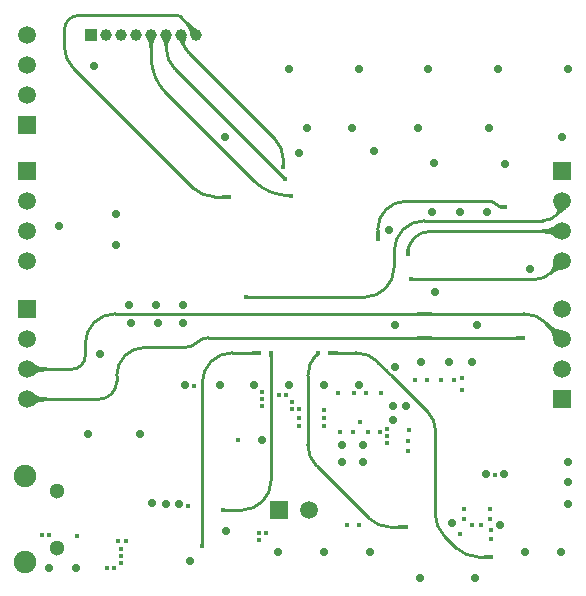
<source format=gbl>
G04*
G04 #@! TF.GenerationSoftware,Altium Limited,Altium Designer,22.8.2 (66)*
G04*
G04 Layer_Physical_Order=4*
G04 Layer_Color=16711680*
%FSLAX25Y25*%
%MOIN*%
G70*
G04*
G04 #@! TF.SameCoordinates,4F58F9C0-C404-4AA8-A12D-09E9B3034F0A*
G04*
G04*
G04 #@! TF.FilePolarity,Positive*
G04*
G01*
G75*
%ADD10C,0.01000*%
%ADD60C,0.05906*%
%ADD61R,0.05906X0.05906*%
%ADD62C,0.03937*%
%ADD63R,0.03937X0.03937*%
%ADD64C,0.07480*%
%ADD65C,0.05118*%
%ADD66R,0.05906X0.05906*%
%ADD67C,0.01772*%
%ADD68C,0.02756*%
G36*
X303316Y275500D02*
X302324Y275484D01*
X300552Y275357D01*
X299773Y275246D01*
X299064Y275103D01*
X298427Y274928D01*
X297861Y274721D01*
X297365Y274483D01*
X296940Y274213D01*
X296587Y273911D01*
Y278089D01*
X296940Y277787D01*
X297365Y277517D01*
X297861Y277279D01*
X298427Y277072D01*
X299064Y276897D01*
X299773Y276754D01*
X300552Y276643D01*
X302324Y276516D01*
X303316Y276500D01*
Y275500D01*
D02*
G37*
G36*
Y285500D02*
X302324Y285484D01*
X300552Y285357D01*
X299773Y285246D01*
X299064Y285103D01*
X298427Y284928D01*
X297861Y284721D01*
X297365Y284483D01*
X296940Y284213D01*
X296587Y283911D01*
Y288089D01*
X296940Y287787D01*
X297365Y287517D01*
X297861Y287279D01*
X298427Y287072D01*
X299064Y286897D01*
X299773Y286754D01*
X300552Y286643D01*
X302324Y286516D01*
X303316Y286500D01*
Y285500D01*
D02*
G37*
G36*
X353500Y229503D02*
X353501Y229169D01*
X353603Y227668D01*
X353627Y227626D01*
X352373D01*
X352397Y227668D01*
X352419Y227742D01*
X352438Y227848D01*
X352454Y227987D01*
X352489Y228599D01*
X352500Y229503D01*
X353500D01*
D02*
G37*
G36*
X362503Y238500D02*
X362169Y238499D01*
X360668Y238397D01*
X360626Y238373D01*
Y239627D01*
X360668Y239603D01*
X360742Y239581D01*
X360848Y239562D01*
X360987Y239546D01*
X361599Y239511D01*
X362503Y239500D01*
Y238500D01*
D02*
G37*
G36*
X369497Y292000D02*
X369831Y292001D01*
X371332Y292103D01*
X371374Y292127D01*
Y290873D01*
X371332Y290897D01*
X371258Y290919D01*
X371152Y290938D01*
X371013Y290954D01*
X370401Y290989D01*
X369497Y291000D01*
Y292000D01*
D02*
G37*
G36*
X370003Y309500D02*
X369669Y309499D01*
X368168Y309397D01*
X368126Y309373D01*
Y310627D01*
X368168Y310603D01*
X368242Y310581D01*
X368348Y310562D01*
X368487Y310546D01*
X369099Y310511D01*
X370003Y310500D01*
Y309500D01*
D02*
G37*
G36*
X375500Y288997D02*
X375499Y289331D01*
X375397Y290832D01*
X375373Y290874D01*
X376627D01*
X376603Y290832D01*
X376581Y290758D01*
X376562Y290652D01*
X376546Y290513D01*
X376511Y289901D01*
X376500Y288997D01*
X375500D01*
D02*
G37*
G36*
X389562Y289800D02*
X390848Y291448D01*
X391787Y290616D01*
X391690Y290597D01*
X391583Y290551D01*
X391467Y290479D01*
X391341Y290380D01*
X391205Y290255D01*
X391060Y290103D01*
X390741Y289720D01*
X390384Y289230D01*
X389562Y289800D01*
D02*
G37*
G36*
X380539Y355524D02*
X380618Y354321D01*
X380643Y354215D01*
X380670Y354137D01*
X380702Y354087D01*
X379374D01*
X379405Y354137D01*
X379433Y354215D01*
X379458Y354321D01*
X379479Y354453D01*
X379512Y354800D01*
X379536Y355524D01*
X379538Y355820D01*
X380538D01*
X380539Y355524D01*
D02*
G37*
G36*
X379321Y351388D02*
X380454Y350398D01*
X380501Y350386D01*
X379614Y349499D01*
X379602Y349546D01*
X379565Y349613D01*
X379503Y349702D01*
X379416Y349812D01*
X379008Y350269D01*
X378377Y350916D01*
X379084Y351623D01*
X379321Y351388D01*
D02*
G37*
G36*
X381825Y343312D02*
X379986Y343527D01*
X379988Y344534D01*
X380302Y344497D01*
X381283Y344437D01*
X381460Y344444D01*
X381610Y344461D01*
X381732Y344486D01*
X381827Y344520D01*
X381894Y344564D01*
X381825Y343312D01*
D02*
G37*
G36*
X361374Y342873D02*
X361332Y342897D01*
X361258Y342919D01*
X361152Y342938D01*
X361013Y342954D01*
X360401Y342989D01*
X359497Y343000D01*
Y344000D01*
X359831Y344001D01*
X361332Y344103D01*
X361374Y344127D01*
Y342873D01*
D02*
G37*
G36*
X335500Y391659D02*
X335491Y392344D01*
X335357Y394078D01*
X335277Y394549D01*
X335179Y394968D01*
X335063Y395333D01*
X334929Y395645D01*
X334777Y395903D01*
X334607Y396109D01*
X337393D01*
X337223Y395903D01*
X337071Y395645D01*
X336937Y395333D01*
X336821Y394968D01*
X336723Y394549D01*
X336643Y394078D01*
X336536Y392975D01*
X336509Y392344D01*
X336500Y391659D01*
X335500D01*
D02*
G37*
G36*
X340500Y393142D02*
X340490Y393503D01*
X340458Y393853D01*
X340407Y394193D01*
X340334Y394521D01*
X340241Y394840D01*
X340126Y395147D01*
X339991Y395444D01*
X339836Y395730D01*
X339660Y396006D01*
X339462Y396271D01*
X342538D01*
X342340Y396006D01*
X342164Y395730D01*
X342008Y395444D01*
X341874Y395147D01*
X341759Y394840D01*
X341666Y394521D01*
X341593Y394193D01*
X341542Y393853D01*
X341510Y393503D01*
X341500Y393142D01*
X340500D01*
D02*
G37*
G36*
X347376Y392018D02*
X345150Y395724D01*
X347794Y396689D01*
X347603Y396206D01*
X347470Y395731D01*
X347396Y395263D01*
X347380Y394804D01*
X347424Y394352D01*
X347525Y393908D01*
X347685Y393472D01*
X347903Y393044D01*
X348180Y392623D01*
X348516Y392210D01*
X347376Y392018D01*
D02*
G37*
G36*
X347723Y402190D02*
X348236Y401684D01*
X350242Y399932D01*
X350531Y399736D01*
X350783Y399593D01*
X350998Y399501D01*
X351176Y399461D01*
X349038Y397659D01*
X349040Y397999D01*
X348992Y398353D01*
X348895Y398720D01*
X348748Y399101D01*
X348552Y399496D01*
X348305Y399905D01*
X348009Y400327D01*
X347664Y400763D01*
X346823Y401675D01*
X347723Y402190D01*
D02*
G37*
G36*
X451990Y340870D02*
X452183Y340769D01*
X452372Y340690D01*
X452555Y340633D01*
X452734Y340599D01*
X452907Y340587D01*
X453076Y340598D01*
X453239Y340631D01*
X453397Y340686D01*
X453551Y340763D01*
X453279Y339485D01*
X451744Y339874D01*
X451791Y340994D01*
X451990Y340870D01*
D02*
G37*
G36*
X474349Y339373D02*
X474124Y339249D01*
X473627Y338925D01*
X473354Y338724D01*
X472440Y337969D01*
X471383Y336985D01*
X470254Y337319D01*
X470544Y337579D01*
X470779Y337845D01*
X470957Y338119D01*
X471078Y338400D01*
X471144Y338689D01*
X471153Y338985D01*
X471106Y339288D01*
X471003Y339598D01*
X470844Y339916D01*
X470628Y340241D01*
X474349Y339373D01*
D02*
G37*
G36*
X412001Y331669D02*
X412103Y330168D01*
X412127Y330126D01*
X410873D01*
X410897Y330168D01*
X410919Y330242D01*
X410938Y330348D01*
X410954Y330487D01*
X410989Y331099D01*
X411000Y332003D01*
X412000D01*
X412001Y331669D01*
D02*
G37*
G36*
X470913Y329911D02*
X470560Y330213D01*
X470135Y330483D01*
X469639Y330721D01*
X469073Y330928D01*
X468435Y331103D01*
X467727Y331246D01*
X466948Y331357D01*
X465176Y331484D01*
X464184Y331500D01*
Y332500D01*
X465176Y332516D01*
X466948Y332643D01*
X467727Y332754D01*
X468435Y332897D01*
X469073Y333072D01*
X469639Y333279D01*
X470135Y333517D01*
X470560Y333787D01*
X470913Y334089D01*
Y329911D01*
D02*
G37*
G36*
X422434Y326927D02*
X422336Y326647D01*
X422191Y326146D01*
X422145Y325925D01*
X422115Y325723D01*
X422104Y325540D01*
X422109Y325377D01*
X422131Y325233D01*
X422171Y325109D01*
X422229Y325004D01*
X420992Y325225D01*
X421396Y326985D01*
X422434Y326927D01*
D02*
G37*
G36*
X472918Y319048D02*
X472504Y319045D01*
X472102Y319011D01*
X471713Y318947D01*
X471338Y318852D01*
X470974Y318727D01*
X470624Y318571D01*
X470287Y318385D01*
X469963Y318169D01*
X469651Y317922D01*
X469352Y317645D01*
X468645Y318352D01*
X468922Y318651D01*
X469169Y318963D01*
X469385Y319287D01*
X469571Y319624D01*
X469727Y319974D01*
X469852Y320338D01*
X469947Y320713D01*
X470011Y321102D01*
X470045Y321504D01*
X470048Y321918D01*
X472918Y319048D01*
D02*
G37*
G36*
X423168Y316603D02*
X423242Y316581D01*
X423348Y316562D01*
X423487Y316546D01*
X424099Y316511D01*
X425003Y316500D01*
Y315500D01*
X424669Y315499D01*
X423168Y315397D01*
X423126Y315373D01*
Y316627D01*
X423168Y316603D01*
D02*
G37*
G36*
X427668Y305103D02*
X427742Y305081D01*
X427848Y305062D01*
X427987Y305046D01*
X428599Y305011D01*
X429503Y305000D01*
Y304000D01*
X429169Y303999D01*
X427668Y303897D01*
X427626Y303873D01*
Y305127D01*
X427668Y305103D01*
D02*
G37*
G36*
X426374Y303873D02*
X426332Y303897D01*
X426258Y303919D01*
X426152Y303938D01*
X426013Y303954D01*
X425401Y303989D01*
X424497Y304000D01*
Y305000D01*
X424831Y305001D01*
X426332Y305103D01*
X426374Y305127D01*
Y303873D01*
D02*
G37*
G36*
X459374Y295873D02*
X459332Y295897D01*
X459258Y295919D01*
X459152Y295938D01*
X459013Y295954D01*
X458401Y295989D01*
X457497Y296000D01*
Y297000D01*
X457831Y297001D01*
X459332Y297103D01*
X459374Y297127D01*
Y295873D01*
D02*
G37*
G36*
X427668Y297103D02*
X427742Y297081D01*
X427848Y297062D01*
X427987Y297046D01*
X428599Y297011D01*
X429503Y297000D01*
Y296000D01*
X429169Y295999D01*
X427668Y295897D01*
X427626Y295873D01*
Y297127D01*
X427668Y297103D01*
D02*
G37*
G36*
X426374Y295873D02*
X426332Y295897D01*
X426258Y295919D01*
X426152Y295938D01*
X426013Y295954D01*
X425401Y295989D01*
X424497Y296000D01*
Y297000D01*
X424831Y297001D01*
X426332Y297103D01*
X426374Y297127D01*
Y295873D01*
D02*
G37*
G36*
X468347Y301384D02*
X469458Y300465D01*
X470005Y300086D01*
X470546Y299762D01*
X471081Y299491D01*
X471610Y299274D01*
X472132Y299112D01*
X472649Y299003D01*
X473160Y298948D01*
X470052Y295840D01*
X469997Y296351D01*
X469888Y296867D01*
X469726Y297390D01*
X469509Y297919D01*
X469239Y298454D01*
X468914Y298995D01*
X468535Y299541D01*
X468103Y300094D01*
X467616Y300653D01*
X467075Y301218D01*
X467782Y301925D01*
X468347Y301384D01*
D02*
G37*
G36*
X396337Y292103D02*
X396411Y292081D01*
X396517Y292062D01*
X396656Y292046D01*
X397268Y292011D01*
X398172Y292000D01*
Y291000D01*
X397838Y290999D01*
X396337Y290897D01*
X396295Y290873D01*
Y292127D01*
X396337Y292103D01*
D02*
G37*
G36*
X420240Y232838D02*
X420198Y232862D01*
X420124Y232883D01*
X420018Y232902D01*
X419879Y232919D01*
X419267Y232953D01*
X418363Y232965D01*
Y233965D01*
X418697Y233966D01*
X420198Y234067D01*
X420240Y234091D01*
Y232838D01*
D02*
G37*
G36*
X448686Y222873D02*
X448644Y222897D01*
X448570Y222919D01*
X448463Y222938D01*
X448324Y222954D01*
X447713Y222989D01*
X446809Y223000D01*
Y224000D01*
X447143Y224001D01*
X448644Y224103D01*
X448686Y224127D01*
Y222873D01*
D02*
G37*
D10*
X345558Y403648D02*
G03*
X344854Y403937I-704J-711D01*
G01*
X351000Y397796D02*
G03*
X350709Y398496I-1000J-5D01*
G01*
X311811Y403937D02*
G03*
X307087Y399213I0J-4724D01*
G01*
X350028Y346429D02*
G03*
X357099Y343500I7071J7071D01*
G01*
X307087Y393512D02*
G03*
X310016Y386441I10000J0D01*
G01*
X391118Y290886D02*
G03*
X388189Y283815I7071J-7071D01*
G01*
X464173Y316000D02*
G03*
X468999Y317999I0J6824D01*
G01*
X370169Y348831D02*
G03*
X382484Y343906I11903J11903D01*
G01*
X341054Y377946D02*
G03*
X341052Y377948I-707J-707D01*
G01*
X336000Y390142D02*
G03*
X341047Y377953I17243J-0D01*
G01*
X437744Y226429D02*
G03*
X444815Y223500I7071J7071D01*
G01*
X430709Y237607D02*
G03*
X433638Y230536I10000J0D01*
G01*
X430709Y265748D02*
G03*
X428203Y271797I-8554J0D01*
G01*
X411429Y288571D02*
G03*
X404358Y291500I-7071J-7071D01*
G01*
X414823Y285143D02*
G03*
X415717Y284249I2433J1538D01*
G01*
X414823Y285143D02*
G03*
X414685Y285315I-843J-537D01*
G01*
X415890Y284110D02*
G03*
X415717Y284249I-709J-705D01*
G01*
X408488Y236393D02*
G03*
X415559Y233465I7071J7071D01*
G01*
X388189Y260835D02*
G03*
X391118Y253764I10000J0D01*
G01*
X355087Y296500D02*
G03*
X351181Y294882I0J-5525D01*
G01*
X347375Y293307D02*
G03*
X351181Y294882I5J5377D01*
G01*
X333926Y293307D02*
G03*
X324500Y283881I0J-9426D01*
G01*
X318500Y276000D02*
G03*
X324500Y282000I0J6000D01*
G01*
X363000Y291500D02*
G03*
X353000Y281500I0J-10000D01*
G01*
X451004Y340996D02*
G03*
X453414Y340000I2410J2418D01*
G01*
X420997Y342061D02*
G03*
X411500Y332564I0J-9497D01*
G01*
X451002Y340998D02*
G03*
X448435Y342061I-2563J-2558D01*
G01*
X467429Y301571D02*
G03*
X460358Y304500I-7071J-7071D01*
G01*
X324000Y304500D02*
G03*
X314000Y294500I0J-10000D01*
G01*
X309500Y286000D02*
G03*
X314000Y290500I0J4500D01*
G01*
X429000Y332000D02*
G03*
X421500Y324500I0J-7500D01*
G01*
X380038Y355820D02*
G03*
X377109Y362891I-10000J0D01*
G01*
X346000Y397500D02*
G03*
X348475Y391525I8450J0D01*
G01*
X341000Y393142D02*
G03*
X343929Y386071I10000J0D01*
G01*
X466500Y335500D02*
G03*
X473000Y342000I0J6500D01*
G01*
X427000Y335500D02*
G03*
X417000Y325500I0J-10000D01*
G01*
X407000Y310000D02*
G03*
X417000Y320000I0J10000D01*
G01*
X366000Y239000D02*
G03*
X376000Y249000I0J10000D01*
G01*
X329000Y304500D02*
X427000Y304500D01*
X472000Y296000D02*
X473000D01*
X324000Y304500D02*
X329000D01*
X311811Y403937D02*
X344854D01*
X351000Y397500D02*
Y397791D01*
X345558Y403648D02*
X350709Y398496D01*
X351000Y397796D02*
X351000Y397791D01*
X307087Y393512D02*
Y399213D01*
X357099Y343500D02*
X362000D01*
X310016Y386441D02*
X350028Y346429D01*
X363000Y291500D02*
X372000D01*
X395669D02*
X404358D01*
X391118Y290886D02*
X391732Y291500D01*
X388189Y260835D02*
Y283815D01*
X422500Y316000D02*
X464173D01*
X468999Y317999D02*
X473000Y322000D01*
X341054Y377946D02*
X370169Y348831D01*
X341047Y377953D02*
X341052Y377948D01*
X444815Y223500D02*
X449312D01*
X433638Y230536D02*
X437744Y226429D01*
X430709Y237607D02*
Y265748D01*
X411429Y288571D02*
X414685Y285315D01*
X415890Y284110D02*
X428203Y271797D01*
X415559Y233465D02*
X420866D01*
X391118Y253764D02*
X408488Y236393D01*
X355087Y296500D02*
X364173D01*
X333926Y293307D02*
X347375D01*
X347375Y293307D02*
X347375Y293307D01*
X324500Y282000D02*
Y283881D01*
X294500Y276000D02*
X318500D01*
X364173Y296500D02*
X427000Y296500D01*
X460000D01*
X353000Y227000D02*
Y281500D01*
X420997Y342061D02*
X448435Y342061D01*
X451002Y340998D02*
X451004Y340996D01*
X453414Y340000D02*
X454000D01*
X411500Y329500D02*
Y332564D01*
X427000Y304500D02*
X460358D01*
X467429Y301571D02*
X473000Y296000D01*
X314000Y290500D02*
Y294500D01*
X294500Y286000D02*
X309500D01*
X429000Y332000D02*
X473000D01*
X360000Y239000D02*
X366000D01*
X336000Y390142D02*
Y397500D01*
X380038Y353500D02*
Y355820D01*
X348475Y391525D02*
X377109Y362891D01*
X343929Y386071D02*
X380500Y349500D01*
X341000Y393142D02*
Y397500D01*
X367500Y310000D02*
X407000D01*
X427000Y335500D02*
X466500D01*
X417000Y320000D02*
Y325500D01*
X376000Y249000D02*
Y291500D01*
D60*
X294500Y397500D02*
D03*
Y387500D02*
D03*
Y377500D02*
D03*
Y276000D02*
D03*
Y286000D02*
D03*
Y296000D02*
D03*
X473000Y322000D02*
D03*
Y332000D02*
D03*
Y342000D02*
D03*
X294500Y322000D02*
D03*
Y332000D02*
D03*
Y342000D02*
D03*
X473000Y306000D02*
D03*
Y296000D02*
D03*
Y286000D02*
D03*
X388500Y239000D02*
D03*
D61*
X294500Y367500D02*
D03*
Y306000D02*
D03*
X473000Y352000D02*
D03*
X294500D02*
D03*
X473000Y276000D02*
D03*
D62*
X351000Y397500D02*
D03*
X346000D02*
D03*
X341000D02*
D03*
X336000D02*
D03*
X331000D02*
D03*
X326000D02*
D03*
X321000D02*
D03*
D63*
X316000D02*
D03*
D64*
X294000Y221728D02*
D03*
Y250272D02*
D03*
D65*
X304551Y226453D02*
D03*
Y245547D02*
D03*
D66*
X378500Y239000D02*
D03*
D67*
X348425Y240551D02*
D03*
X382484Y343903D02*
D03*
X412598Y277953D02*
D03*
X405118Y234252D02*
D03*
X401181D02*
D03*
X385433Y272835D02*
D03*
Y266929D02*
D03*
Y269685D02*
D03*
X391732Y291500D02*
D03*
X395669D02*
D03*
X420866Y233465D02*
D03*
X449312Y223500D02*
D03*
X446063Y234252D02*
D03*
X442913D02*
D03*
X327559Y228740D02*
D03*
X324803D02*
D03*
X414528Y263631D02*
D03*
X414567Y266142D02*
D03*
Y261417D02*
D03*
X412205Y264961D02*
D03*
X408268D02*
D03*
X403150D02*
D03*
X398819D02*
D03*
X405512Y268504D02*
D03*
X350394Y280315D02*
D03*
X378740Y277559D02*
D03*
X381102D02*
D03*
X383071Y275197D02*
D03*
Y272835D02*
D03*
X372835Y278346D02*
D03*
Y275984D02*
D03*
Y273622D02*
D03*
X393701Y272441D02*
D03*
Y269685D02*
D03*
Y266929D02*
D03*
X398425Y277953D02*
D03*
X403543D02*
D03*
X407480D02*
D03*
X427953Y282283D02*
D03*
X424016D02*
D03*
X437008D02*
D03*
X432677D02*
D03*
X439764Y283071D02*
D03*
Y279134D02*
D03*
X449213Y232283D02*
D03*
Y229528D02*
D03*
X438976Y231102D02*
D03*
X448819Y239370D02*
D03*
Y236221D02*
D03*
X440158D02*
D03*
Y239370D02*
D03*
X374410Y231496D02*
D03*
X372047Y229134D02*
D03*
Y231496D02*
D03*
X450518Y250768D02*
D03*
X323622Y219685D02*
D03*
X321260D02*
D03*
X325984Y221260D02*
D03*
Y223622D02*
D03*
Y225984D02*
D03*
X311417Y230315D02*
D03*
X299606Y230709D02*
D03*
X301969D02*
D03*
X380038Y353500D02*
D03*
X380500Y349500D02*
D03*
X362000Y343500D02*
D03*
X460000Y296500D02*
D03*
X454000Y340000D02*
D03*
X367500Y310000D02*
D03*
X411500Y329500D02*
D03*
X353000Y227000D02*
D03*
X360000Y239000D02*
D03*
X372000Y291500D02*
D03*
X376000D02*
D03*
X422500Y316000D02*
D03*
X421500Y324500D02*
D03*
X427000Y296500D02*
D03*
Y304500D02*
D03*
X421776Y265781D02*
D03*
X421755Y262157D02*
D03*
Y258789D02*
D03*
X365000Y262500D02*
D03*
D68*
X345276Y240945D02*
D03*
X340945D02*
D03*
X336221Y241339D02*
D03*
X346457Y301575D02*
D03*
X346599Y307547D02*
D03*
X329134Y301575D02*
D03*
X338189D02*
D03*
X305118Y333858D02*
D03*
X460630Y225197D02*
D03*
X378346D02*
D03*
X393701D02*
D03*
X409055D02*
D03*
X337659Y307547D02*
D03*
X328720D02*
D03*
X415354Y332283D02*
D03*
X430709Y311811D02*
D03*
X472953Y363500D02*
D03*
X453952Y354500D02*
D03*
X316929Y387008D02*
D03*
X417256Y286681D02*
D03*
X417323Y300787D02*
D03*
X462205Y319291D02*
D03*
X430407Y354741D02*
D03*
X410123Y358839D02*
D03*
X448547Y366535D02*
D03*
X425047D02*
D03*
X403047D02*
D03*
X387795D02*
D03*
X475000Y386000D02*
D03*
X451703D02*
D03*
X428406D02*
D03*
X405108D02*
D03*
X381811D02*
D03*
X324410Y327559D02*
D03*
Y337795D02*
D03*
X360510Y363514D02*
D03*
X385433Y358008D02*
D03*
X444450Y300787D02*
D03*
X318898Y290945D02*
D03*
X332283Y264567D02*
D03*
X314961D02*
D03*
X348819Y222047D02*
D03*
X435433Y288583D02*
D03*
X442913D02*
D03*
X425984D02*
D03*
X420866Y273622D02*
D03*
X416535D02*
D03*
X405118Y280709D02*
D03*
X393543D02*
D03*
X381968D02*
D03*
X347244D02*
D03*
X370394D02*
D03*
X358819D02*
D03*
X472441Y225197D02*
D03*
X474803Y255118D02*
D03*
Y248425D02*
D03*
Y240945D02*
D03*
X452362Y234252D02*
D03*
X436221Y234646D02*
D03*
X444095Y216535D02*
D03*
X425591D02*
D03*
X311024Y219685D02*
D03*
X301969D02*
D03*
X429500Y338500D02*
D03*
X439000D02*
D03*
X448000D02*
D03*
X361000Y232000D02*
D03*
X373000Y262500D02*
D03*
X416500Y269000D02*
D03*
X406693Y255118D02*
D03*
X399606D02*
D03*
X406693Y260630D02*
D03*
X399606D02*
D03*
X453500Y251000D02*
D03*
X447500D02*
D03*
M02*

</source>
